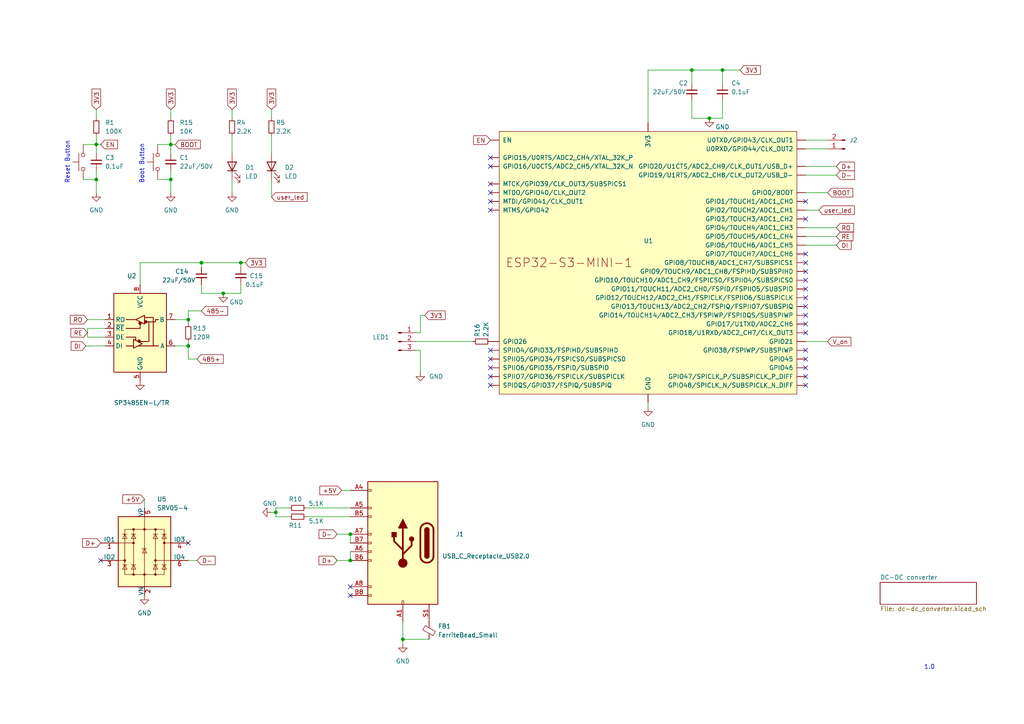
<source format=kicad_sch>
(kicad_sch (version 20231120) (generator "eeschema") (generator_version "8.0")
  (paper "A4")
  (title_block (title "Integration of Robotiq gripper on TIAGo robot.") (company "Institue for Artificial Intelligence ") (comment 1 "Author : Md Zakaria Islam"))
  (lib_symbols
    (symbol "Connector:Conn_01x02_Pin" (pin_names (offset 1.016) hide)
      (property "Reference" "J" (at 0 2.54 0))
      (property "Value" "Conn_01x02_Pin" (at 0 -5.08 0))
      (symbol "Conn_01x02_Pin_1_1"
        (polyline (pts (xy 1.27 -2.54) (xy 0.8636 -2.54)) (stroke (width 0.1524)))
        (polyline (pts (xy 1.27 0) (xy 0.8636 0)) (stroke (width 0.1524)))
        (rectangle (start 0.8636 -2.413) (end 0 -2.667) (stroke (width 0.1524)) (fill (type outline)))
        (rectangle (start 0.8636 0.127) (end 0 -0.127) (stroke (width 0.1524)) (fill (type outline)))
        (pin passive line (at 5.08 0 180) (length 3.81) (name "Pin_1") (number "1"))
        (pin passive line (at 5.08 -2.54 180) (length 3.81) (name "Pin_2") (number "2"))
      )
    )
    (symbol "Connector:Conn_01x03_Pin" (pin_names (offset 1.016) hide)
      (property "Reference" "J" (at 0 5.08 0))
      (property "Value" "Conn_01x03_Pin" (at 0 -5.08 0))
      (symbol "Conn_01x03_Pin_1_1"
        (polyline (pts (xy 1.27 -2.54) (xy 0.8636 -2.54)) (stroke (width 0.1524)))
        (polyline (pts (xy 1.27 0) (xy 0.8636 0)) (stroke (width 0.1524)))
        (polyline (pts (xy 1.27 2.54) (xy 0.8636 2.54)) (stroke (width 0.1524)))
        (rectangle (start 0.8636 -2.413) (end 0 -2.667) (stroke (width 0.1524)) (fill (type outline)))
        (rectangle (start 0.8636 0.127) (end 0 -0.127) (stroke (width 0.1524)) (fill (type outline)))
        (rectangle (start 0.8636 2.667) (end 0 2.413) (stroke (width 0.1524)) (fill (type outline)))
        (pin passive line (at 5.08 2.54 180) (length 3.81) (name "Pin_1") (number "1"))
        (pin passive line (at 5.08 0 180) (length 3.81) (name "Pin_2") (number "2"))
        (pin passive line (at 5.08 -2.54 180) (length 3.81) (name "Pin_3") (number "3"))
      )
    )
    (symbol "Connector:USB_C_Receptacle_USB2.0" (pin_names (offset 1.016) hide)
      (property "Reference" "J" (at -10.16 19.05 0))
      (property "Value" "USB_C_Receptacle_USB2.0" (at 19.05 19.05 0))
      (symbol "USB_C_Receptacle_USB2.0_0_0"
        (rectangle (start -0.254 -17.78) (end 0.254 -16.764))
        (rectangle (start 10.16 -14.986) (end 9.144 -15.494))
        (rectangle (start 10.16 -12.446) (end 9.144 -12.954))
        (rectangle (start 10.16 -4.826) (end 9.144 -5.334))
        (rectangle (start 10.16 -2.286) (end 9.144 -2.794))
        (rectangle (start 10.16 0.254) (end 9.144 -0.254))
        (rectangle (start 10.16 2.794) (end 9.144 2.286))
        (rectangle (start 10.16 7.874) (end 9.144 7.366))
        (rectangle (start 10.16 10.414) (end 9.144 9.906))
        (rectangle (start 10.16 15.494) (end 9.144 14.986))
      )
      (symbol "USB_C_Receptacle_USB2.0_0_1"
        (rectangle (start -10.16 17.78) (end 10.16 -17.78) (stroke (width 0.254)) (fill (type background)))
        (arc (start -8.89 -3.81) (mid -6.985 -5.7067) (end -5.08 -3.81) (stroke (width 0.508)))
        (arc (start -7.62 -3.81) (mid -6.985 -4.4423) (end -6.35 -3.81) (stroke (width 0.254)))
        (arc (start -7.62 -3.81) (mid -6.985 -4.4423) (end -6.35 -3.81) (stroke (width 0.254)) (fill (type outline)))
        (rectangle (start -7.62 -3.81) (end -6.35 3.81) (stroke (width 0.254)) (fill (type outline)))
        (arc (start -6.35 3.81) (mid -6.985 4.4423) (end -7.62 3.81) (stroke (width 0.254)))
        (arc (start -6.35 3.81) (mid -6.985 4.4423) (end -7.62 3.81) (stroke (width 0.254)) (fill (type outline)))
        (arc (start -5.08 3.81) (mid -6.985 5.7067) (end -8.89 3.81) (stroke (width 0.508)))
        (circle (center -2.54 1.143) (radius 0.635) (stroke (width 0.254)) (fill (type outline)))
        (circle (center 0 -5.842) (radius 1.27) (fill (type outline)))
        (polyline (pts (xy -8.89 -3.81) (xy -8.89 3.81)) (stroke (width 0.508)))
        (polyline (pts (xy -5.08 3.81) (xy -5.08 -3.81)) (stroke (width 0.508)))
        (polyline (pts (xy 0 -5.842) (xy 0 4.318)) (stroke (width 0.508)))
        (polyline (pts (xy 0 -3.302) (xy -2.54 -0.762) (xy -2.54 0.508)) (stroke (width 0.508)))
        (polyline (pts (xy 0 -2.032) (xy 2.54 0.508) (xy 2.54 1.778)) (stroke (width 0.508)))
        (polyline (pts (xy -1.27 4.318) (xy 0 6.858) (xy 1.27 4.318) (xy -1.27 4.318)) (stroke (width 0.254)) (fill (type outline)))
        (rectangle (start 1.905 1.778) (end 3.175 3.048) (stroke (width 0.254)) (fill (type outline)))
      )
      (symbol "USB_C_Receptacle_USB2.0_1_1"
        (pin passive line (at 0 -22.86 90) (length 5.08) (name "GND") (number "A1"))
        (pin passive line (at 0 -22.86 90) (length 5.08) hide (name "GND") (number "A12"))
        (pin passive line (at 15.24 15.24 180) (length 5.08) (name "VBUS") (number "A4"))
        (pin bidirectional line (at 15.24 10.16 180) (length 5.08) (name "CC1") (number "A5"))
        (pin bidirectional line (at 15.24 -2.54 180) (length 5.08) (name "D+") (number "A6"))
        (pin bidirectional line (at 15.24 2.54 180) (length 5.08) (name "D-") (number "A7"))
        (pin bidirectional line (at 15.24 -12.7 180) (length 5.08) (name "SBU1") (number "A8"))
        (pin passive line (at 15.24 15.24 180) (length 5.08) hide (name "VBUS") (number "A9"))
        (pin passive line (at 0 -22.86 90) (length 5.08) hide (name "GND") (number "B1"))
        (pin passive line (at 0 -22.86 90) (length 5.08) hide (name "GND") (number "B12"))
        (pin passive line (at 15.24 15.24 180) (length 5.08) hide (name "VBUS") (number "B4"))
        (pin bidirectional line (at 15.24 7.62 180) (length 5.08) (name "CC2") (number "B5"))
        (pin bidirectional line (at 15.24 -5.08 180) (length 5.08) (name "D+") (number "B6"))
        (pin bidirectional line (at 15.24 0 180) (length 5.08) (name "D-") (number "B7"))
        (pin bidirectional line (at 15.24 -15.24 180) (length 5.08) (name "SBU2") (number "B8"))
        (pin passive line (at 15.24 15.24 180) (length 5.08) hide (name "VBUS") (number "B9"))
        (pin passive line (at -7.62 -22.86 90) (length 5.08) (name "SHIELD") (number "S1"))
      )
    )
    (symbol "Device:C_Small" (pin_numbers hide) (pin_names (offset 0.254) hide)
      (property "Reference" "C" (at 0.254 1.778 0))
      (property "Value" "C_Small" (at 0.254 -2.032 0))
      (symbol "C_Small_0_1"
        (polyline (pts (xy -1.524 -0.508) (xy 1.524 -0.508)) (stroke (width 0.3302)))
        (polyline (pts (xy -1.524 0.508) (xy 1.524 0.508)) (stroke (width 0.3048)))
      )
      (symbol "C_Small_1_1"
        (pin passive line (at 0 2.54 270) (length 2.032) (name "~") (number "1"))
        (pin passive line (at 0 -2.54 90) (length 2.032) (name "~") (number "2"))
      )
    )
    (symbol "Device:FerriteBead_Small" (pin_numbers hide) (pin_names (offset 0))
      (property "Reference" "FB" (at 1.905 1.27 0))
      (property "Value" "FerriteBead_Small" (at 1.905 -1.27 0))
      (symbol "FerriteBead_Small_0_1"
        (polyline (pts (xy 0 -1.27) (xy 0 -0.7874)))
        (polyline (pts (xy 0 0.889) (xy 0 1.2954)))
        (polyline (pts (xy -1.8288 0.2794) (xy -1.1176 1.4986) (xy 1.8288 -0.2032) (xy 1.1176 -1.4224) (xy -1.8288 0.2794)))
      )
      (symbol "FerriteBead_Small_1_1"
        (pin passive line (at 0 2.54 270) (length 1.27) (name "~") (number "1"))
        (pin passive line (at 0 -2.54 90) (length 1.27) (name "~") (number "2"))
      )
    )
    (symbol "Device:LED" (pin_numbers hide) (pin_names (offset 1.016) hide)
      (property "Reference" "D" (at 0 2.54 0))
      (property "Value" "LED" (at 0 -2.54 0))
      (symbol "LED_0_1"
        (polyline (pts (xy -1.27 -1.27) (xy -1.27 1.27)) (stroke (width 0.254)))
        (polyline (pts (xy -1.27 0) (xy 1.27 0)))
        (polyline (pts (xy 1.27 -1.27) (xy 1.27 1.27) (xy -1.27 0) (xy 1.27 -1.27)) (stroke (width 0.254)))
        (polyline (pts (xy -3.048 -0.762) (xy -4.572 -2.286) (xy -3.81 -2.286) (xy -4.572 -2.286) (xy -4.572 -1.524)))
        (polyline (pts (xy -1.778 -0.762) (xy -3.302 -2.286) (xy -2.54 -2.286) (xy -3.302 -2.286) (xy -3.302 -1.524)))
      )
      (symbol "LED_1_1"
        (pin passive line (at -3.81 0 0) (length 2.54) (name "K") (number "1"))
        (pin passive line (at 3.81 0 180) (length 2.54) (name "A") (number "2"))
      )
    )
    (symbol "Device:R_Small" (pin_numbers hide) (pin_names (offset 0.254) hide)
      (property "Reference" "R" (at 0.762 0.508 0))
      (property "Value" "R_Small" (at 0.762 -1.016 0))
      (symbol "R_Small_0_1"
        (rectangle (start -0.762 1.778) (end 0.762 -1.778) (stroke (width 0.2032)))
      )
      (symbol "R_Small_1_1"
        (pin passive line (at 0 2.54 270) (length 0.762) (name "~") (number "1"))
        (pin passive line (at 0 -2.54 90) (length 0.762) (name "~") (number "2"))
      )
    )
    (symbol "Espressif:ESP32-S3-MINI-1" (pin_numbers hide) (pin_names (offset 1.016))
      (property "Reference" "U" (at -43.18 43.18 0))
      (property "Value" "ESP32-S3-MINI-1" (at -43.18 40.64 0))
      (symbol "ESP32-S3-MINI-1_0_0"
        (text "ESP32-S3-MINI-1" (at -22.86 0 0) (effects (font (size 2.54 2.54))))
        (pin power_in line (at 0 -40.64 90) (length 2.54) (name "GND") (number "1"))
        (pin bidirectional line (at 45.72 5.08 180) (length 2.54) (name "GPIO6/TOUCH6/ADC1_CH5") (number "10"))
        (pin bidirectional line (at 45.72 2.54 180) (length 2.54) (name "GPIO7/TOUCH7/ADC1_CH6") (number "11"))
        (pin bidirectional line (at 45.72 0 180) (length 2.54) (name "GPIO8/TOUCH8/ADC1_CH7/SUBSPICS1") (number "12"))
        (pin bidirectional line (at 45.72 -2.54 180) (length 2.54) (name "GPIO9/TOUCH9/ADC1_CH8/FSPIHD/SUBSPIHD") (number "13"))
        (pin bidirectional line (at 45.72 -5.08 180) (length 2.54) (name "GPIO10/TOUCH10/ADC1_CH9/FSPICS0/FSPIIO4/SUBSPICS0") (number "14"))
        (pin bidirectional line (at 45.72 -7.62 180) (length 2.54) (name "GPIO11/TOUCH11/ADC2_CH0/FSPID/FSPIIO5/SUBSPID") (number "15"))
        (pin bidirectional line (at 45.72 -10.16 180) (length 2.54) (name "GPIO12/TOUCH12/ADC2_CH1/FSPICLK/FSPIIO6/SUBSPICLK") (number "16"))
        (pin bidirectional line (at 45.72 -12.7 180) (length 2.54) (name "GPIO13/TOUCH13/ADC2_CH2/FSPIQ/FSPIIO7/SUBSPIQ") (number "17"))
        (pin bidirectional line (at 45.72 -15.24 180) (length 2.54) (name "GPIO14/TOUCH14/ADC2_CH3/FSPIWP/FSPIDQS/SUBSPIWP") (number "18"))
        (pin bidirectional line (at -45.72 30.48 0) (length 2.54) (name "GPIO15/U0RTS/ADC2_CH4/XTAL_32K_P") (number "19"))
        (pin passive line (at 0 -40.64 90) (length 2.54) hide (name "GND") (number "2"))
        (pin bidirectional line (at -45.72 27.94 0) (length 2.54) (name "GPIO16/U0CTS/ADC2_CH5/XTAL_32K_N") (number "20"))
        (pin bidirectional line (at 45.72 -17.78 180) (length 2.54) (name "GPIO17/U1TXD/ADC2_CH6") (number "21"))
        (pin bidirectional line (at 45.72 -20.32 180) (length 2.54) (name "GPIO18/U1RXD/ADC2_CH7/CLK_OUT3") (number "22"))
        (pin bidirectional line (at 45.72 25.4 180) (length 2.54) (name "GPIO19/U1RTS/ADC2_CH8/CLK_OUT2/USB_D-") (number "23"))
        (pin bidirectional line (at 45.72 27.94 180) (length 2.54) (name "GPIO20/U1CTS/ADC2_CH9/CLK_OUT1/USB_D+") (number "24"))
        (pin bidirectional line (at 45.72 -22.86 180) (length 2.54) (name "GPIO21") (number "25"))
        (pin bidirectional line (at -45.72 -22.86 0) (length 2.54) (name "GPIO26") (number "26"))
        (pin bidirectional line (at 45.72 -33.02 180) (length 2.54) (name "GPIO47/SPICLK_P/SUBSPICLK_P_DIFF") (number "27"))
        (pin bidirectional line (at -45.72 -25.4 0) (length 2.54) (name "SPIIO4/GPIO33/FSPIHD/SUBSPIHD") (number "28"))
        (pin bidirectional line (at -45.72 -27.94 0) (length 2.54) (name "SPIIO5/GPIO34/FSPICS0/SUBSPICS0") (number "29"))
        (pin power_in line (at 0 40.64 270) (length 2.54) (name "3V3") (number "3"))
        (pin bidirectional line (at 45.72 -35.56 180) (length 2.54) (name "GPIO48/SPICLK_N/SUBSPICLK_N_DIFF") (number "30"))
        (pin bidirectional line (at -45.72 -30.48 0) (length 2.54) (name "SPIIO6/GPIO35/FSPID/SUBSPID") (number "31"))
        (pin bidirectional line (at -45.72 -33.02 0) (length 2.54) (name "SPIIO7/GPIO36/FSPICLK/SUBSPICLK") (number "32"))
        (pin bidirectional line (at -45.72 -35.56 0) (length 2.54) (name "SPIDQS/GPIO37/FSPIQ/SUBSPIQ") (number "33"))
        (pin bidirectional line (at 45.72 -25.4 180) (length 2.54) (name "GPIO38/FSPIWP/SUBSPIWP") (number "34"))
        (pin bidirectional line (at -45.72 22.86 0) (length 2.54) (name "MTCK/GPIO39/CLK_OUT3/SUBSPICS1") (number "35"))
        (pin bidirectional line (at -45.72 20.32 0) (length 2.54) (name "MTDO/GPIO40/CLK_OUT2") (number "36"))
        (pin bidirectional line (at -45.72 17.78 0) (length 2.54) (name "MTDI/GPIO41/CLK_OUT1") (number "37"))
        (pin bidirectional line (at -45.72 15.24 0) (length 2.54) (name "MTMS/GPIO42") (number "38"))
        (pin bidirectional line (at 45.72 35.56 180) (length 2.54) (name "U0TXD/GPIO43/CLK_OUT1") (number "39"))
        (pin bidirectional line (at 45.72 20.32 180) (length 2.54) (name "GPIO0/BOOT") (number "4"))
        (pin bidirectional line (at 45.72 33.02 180) (length 2.54) (name "U0RXD/GPIO44/CLK_OUT2") (number "40"))
        (pin bidirectional line (at 45.72 -27.94 180) (length 2.54) (name "GPIO45") (number "41"))
        (pin passive line (at 0 -40.64 90) (length 2.54) hide (name "GND") (number "42"))
        (pin passive line (at 0 -40.64 90) (length 2.54) hide (name "GND") (number "43"))
        (pin bidirectional line (at 45.72 -30.48 180) (length 2.54) (name "GPIO46") (number "44"))
        (pin input line (at -45.72 35.56 0) (length 2.54) (name "EN") (number "45"))
        (pin passive line (at 0 -40.64 90) (length 2.54) hide (name "GND") (number "46"))
        (pin passive line (at 0 -40.64 90) (length 2.54) hide (name "GND") (number "47"))
        (pin passive line (at 0 -40.64 90) (length 2.54) hide (name "GND") (number "48"))
        (pin passive line (at 0 -40.64 90) (length 2.54) hide (name "GND") (number "49"))
        (pin bidirectional line (at 45.72 17.78 180) (length 2.54) (name "GPIO1/TOUCH1/ADC1_CH0") (number "5"))
        (pin passive line (at 0 -40.64 90) (length 2.54) hide (name "GND") (number "50"))
        (pin passive line (at 0 -40.64 90) (length 2.54) hide (name "GND") (number "51"))
        (pin passive line (at 0 -40.64 90) (length 2.54) hide (name "GND") (number "52"))
        (pin passive line (at 0 -40.64 90) (length 2.54) hide (name "GND") (number "53"))
        (pin passive line (at 0 -40.64 90) (length 2.54) hide (name "GND") (number "54"))
        (pin passive line (at 0 -40.64 90) (length 2.54) hide (name "GND") (number "55"))
        (pin passive line (at 0 -40.64 90) (length 2.54) hide (name "GND") (number "56"))
        (pin passive line (at 0 -40.64 90) (length 2.54) hide (name "GND") (number "57"))
        (pin passive line (at 0 -40.64 90) (length 2.54) hide (name "GND") (number "58"))
        (pin passive line (at 0 -40.64 90) (length 2.54) hide (name "GND") (number "59"))
        (pin bidirectional line (at 45.72 15.24 180) (length 2.54) (name "GPIO2/TOUCH2/ADC1_CH1") (number "6"))
        (pin passive line (at 0 -40.64 90) (length 2.54) hide (name "GND") (number "60"))
        (pin passive line (at 0 -40.64 90) (length 2.54) hide (name "GND") (number "61"))
        (pin passive line (at 0 -40.64 90) (length 2.54) hide (name "GND") (number "62"))
        (pin passive line (at 0 -40.64 90) (length 2.54) hide (name "GND") (number "63"))
        (pin passive line (at 0 -40.64 90) (length 2.54) hide (name "GND") (number "64"))
        (pin passive line (at 0 -40.64 90) (length 2.54) hide (name "GND") (number "65"))
        (pin bidirectional line (at 45.72 12.7 180) (length 2.54) (name "GPIO3/TOUCH3/ADC1_CH2") (number "7"))
        (pin bidirectional line (at 45.72 10.16 180) (length 2.54) (name "GPIO4/TOUCH4/ADC1_CH3") (number "8"))
        (pin bidirectional line (at 45.72 7.62 180) (length 2.54) (name "GPIO5/TOUCH5/ADC1_CH4") (number "9"))
      )
      (symbol "ESP32-S3-MINI-1_0_1"
        (rectangle (start -43.18 38.1) (end 43.18 -38.1) (fill (type background)))
      )
    )
    (symbol "GND_2" (power) (pin_numbers hide) (pin_names (offset 0) hide)
      (property "Value" "GND_2" (at 0 -3.81 0))
      (symbol "GND_2_0_1"
        (polyline (pts (xy 0 0) (xy 0 -1.27) (xy 1.27 -1.27) (xy 0 -2.54) (xy -1.27 -1.27) (xy 0 -1.27)))
      )
      (symbol "GND_2_1_1"
        (pin power_in line (at 0 0 270) (length 0) hide (name "GND") (number "1"))
      )
    )
    (symbol "GND_3" (power) (pin_numbers hide) (pin_names (offset 0) hide)
      (property "Value" "GND_3" (at 0 -3.81 0))
      (symbol "GND_3_0_1"
        (polyline (pts (xy 0 0) (xy 0 -1.27) (xy 1.27 -1.27) (xy 0 -2.54) (xy -1.27 -1.27) (xy 0 -1.27)))
      )
      (symbol "GND_3_1_1"
        (pin power_in line (at 0 0 270) (length 0) hide (name "GND") (number "1"))
      )
    )
    (symbol "GND_4" (power) (pin_numbers hide) (pin_names (offset 0) hide)
      (property "Value" "GND_4" (at 0 -3.81 0))
      (symbol "GND_4_0_1"
        (polyline (pts (xy 0 0) (xy 0 -1.27) (xy 1.27 -1.27) (xy 0 -2.54) (xy -1.27 -1.27) (xy 0 -1.27)))
      )
      (symbol "GND_4_1_1"
        (pin power_in line (at 0 0 270) (length 0) hide (name "GND") (number "1"))
      )
    )
    (symbol "Interface_UART:MAX485E"
      (property "Reference" "U" (at -6.096 11.43 0))
      (property "Value" "MAX485E" (at 0.762 11.43 0))
      (symbol "MAX485E_0_1"
        (rectangle (start -7.62 10.16) (end 7.62 -12.7) (stroke (width 0.254)) (fill (type background)))
        (circle (center -0.3048 -3.683) (radius 0.3556) (stroke (width 0.254)) (fill (type outline)))
        (circle (center -0.0254 1.4986) (radius 0.3556) (stroke (width 0.254)) (fill (type outline)))
        (polyline (pts (xy -4.064 -5.08) (xy -1.905 -5.08)) (stroke (width 0.254)))
        (polyline (pts (xy -4.064 2.54) (xy -1.27 2.54)) (stroke (width 0.254)))
        (polyline (pts (xy -1.27 -3.2004) (xy -1.27 -3.4544)) (stroke (width 0.254)))
        (polyline (pts (xy -0.635 -5.08) (xy 5.334 -5.08)) (stroke (width 0.254)))
        (polyline (pts (xy -4.064 -2.54) (xy -1.27 -2.54) (xy -1.27 -3.175)) (stroke (width 0.254)))
        (polyline (pts (xy 0 1.27) (xy 0 0) (xy -4.064 0)) (stroke (width 0.254)))
        (polyline (pts (xy 1.27 3.175) (xy 3.81 3.175) (xy 3.81 -5.08)) (stroke (width 0.254)))
        (polyline (pts (xy 2.54 1.905) (xy 2.54 -3.81) (xy 0 -3.81)) (stroke (width 0.254)))
        (polyline (pts (xy -1.905 -3.175) (xy -1.905 -5.715) (xy 0.635 -4.445) (xy -1.905 -3.175)) (stroke (width 0.254)))
        (polyline (pts (xy -1.27 2.54) (xy 1.27 3.81) (xy 1.27 1.27) (xy -1.27 2.54)) (stroke (width 0.254)))
        (polyline (pts (xy 1.905 1.905) (xy 4.445 1.905) (xy 4.445 2.54) (xy 5.334 2.54)) (stroke (width 0.254)))
        (rectangle (start 1.27 3.175) (end 1.27 3.175))
        (circle (center 1.651 1.905) (radius 0.3556) (stroke (width 0.254)) (fill (type outline)))
      )
      (symbol "MAX485E_1_1"
        (pin output line (at -10.16 2.54 0) (length 2.54) (name "RO") (number "1"))
        (pin input line (at -10.16 0 0) (length 2.54) (name "~{RE}") (number "2"))
        (pin input line (at -10.16 -2.54 0) (length 2.54) (name "DE") (number "3"))
        (pin input line (at -10.16 -5.08 0) (length 2.54) (name "DI") (number "4"))
        (pin power_in line (at 0 -15.24 90) (length 2.54) (name "GND") (number "5"))
        (pin bidirectional line (at 10.16 -5.08 180) (length 2.54) (name "A") (number "6"))
        (pin bidirectional line (at 10.16 2.54 180) (length 2.54) (name "B") (number "7"))
        (pin power_in line (at 0 12.7 270) (length 2.54) (name "VCC") (number "8"))
      )
    )
    (symbol "Power_Protection:SRV05-4" (pin_names (offset 0))
      (property "Reference" "U" (at -5.08 11.43 0))
      (property "Value" "SRV05-4" (at 2.54 11.43 0))
      (symbol "SRV05-4_0_0"
        (rectangle (start -5.715 6.477) (end 5.715 -6.604))
        (polyline (pts (xy -3.175 -6.604) (xy -3.175 6.477)))
        (polyline (pts (xy 3.175 6.477) (xy 3.175 -6.604)))
      )
      (symbol "SRV05-4_0_1"
        (rectangle (start -7.62 10.16) (end 7.62 -10.16) (stroke (width 0.254)) (fill (type background)))
        (circle (center -5.715 -2.54) (radius 0.2794) (fill (type outline)))
        (circle (center -3.175 -6.604) (radius 0.2794) (fill (type outline)))
        (circle (center -3.175 2.54) (radius 0.2794) (fill (type outline)))
        (circle (center -3.175 6.477) (radius 0.2794) (fill (type outline)))
        (circle (center 0 -6.604) (radius 0.2794) (fill (type outline)))
        (polyline (pts (xy -7.747 2.54) (xy -3.175 2.54)))
        (polyline (pts (xy -7.62 -2.54) (xy -5.715 -2.54)))
        (polyline (pts (xy -5.08 -3.81) (xy -6.35 -3.81)))
        (polyline (pts (xy -5.08 5.08) (xy -6.35 5.08)))
        (polyline (pts (xy -2.54 -3.81) (xy -3.81 -3.81)))
        (polyline (pts (xy -2.54 5.08) (xy -3.81 5.08)))
        (polyline (pts (xy 0 10.16) (xy 0 -10.16)))
        (polyline (pts (xy 3.81 -3.81) (xy 2.54 -3.81)))
        (polyline (pts (xy 3.81 5.08) (xy 2.54 5.08)))
        (polyline (pts (xy 6.35 -3.81) (xy 5.08 -3.81)))
        (polyline (pts (xy 6.35 5.08) (xy 5.08 5.08)))
        (polyline (pts (xy 7.62 -2.54) (xy 3.175 -2.54)))
        (polyline (pts (xy 7.62 2.54) (xy 5.715 2.54)))
        (polyline (pts (xy 0.635 0.889) (xy -0.635 0.889) (xy -0.635 0.635)))
        (polyline (pts (xy -5.08 -5.08) (xy -6.35 -5.08) (xy -5.715 -3.81) (xy -5.08 -5.08)))
        (polyline (pts (xy -5.08 3.81) (xy -6.35 3.81) (xy -5.715 5.08) (xy -5.08 3.81)))
        (polyline (pts (xy -2.54 -5.08) (xy -3.81 -5.08) (xy -3.175 -3.81) (xy -2.54 -5.08)))
        (polyline (pts (xy -2.54 3.81) (xy -3.81 3.81) (xy -3.175 5.08) (xy -2.54 3.81)))
        (polyline (pts (xy 0.635 -0.381) (xy -0.635 -0.381) (xy 0 0.889) (xy 0.635 -0.381)))
        (polyline (pts (xy 3.81 -5.08) (xy 2.54 -5.08) (xy 3.175 -3.81) (xy 3.81 -5.08)))
        (polyline (pts (xy 3.81 3.81) (xy 2.54 3.81) (xy 3.175 5.08) (xy 3.81 3.81)))
        (polyline (pts (xy 6.35 -5.08) (xy 5.08 -5.08) (xy 5.715 -3.81) (xy 6.35 -5.08)))
        (polyline (pts (xy 6.35 3.81) (xy 5.08 3.81) (xy 5.715 5.08) (xy 6.35 3.81)))
        (circle (center 0 6.477) (radius 0.2794) (fill (type outline)))
        (circle (center 3.175 -6.604) (radius 0.2794) (fill (type outline)))
        (circle (center 3.175 -2.54) (radius 0.2794) (fill (type outline)))
        (circle (center 3.175 6.477) (radius 0.2794) (fill (type outline)))
        (circle (center 5.715 2.54) (radius 0.2794) (fill (type outline)))
      )
      (symbol "SRV05-4_1_1"
        (pin passive line (at -12.7 2.54 0) (length 5.08) (name "IO1") (number "1"))
        (pin passive line (at 0 -12.7 90) (length 2.54) (name "VN") (number "2"))
        (pin passive line (at -12.7 -2.54 0) (length 5.08) (name "IO2") (number "3"))
        (pin passive line (at 12.7 2.54 180) (length 5.08) (name "IO3") (number "4"))
        (pin passive line (at 0 12.7 270) (length 2.54) (name "VP") (number "5"))
        (pin passive line (at 12.7 -2.54 180) (length 5.08) (name "IO4") (number "6"))
      )
    )
    (symbol "Switch:SW_Push" (pin_numbers hide) (pin_names (offset 1.016) hide)
      (property "Reference" "SW" (at 1.27 2.54 0))
      (property "Value" "SW_Push" (at 0 -1.524 0))
      (symbol "SW_Push_0_1"
        (circle (center -2.032 0) (radius 0.508))
        (polyline (pts (xy 0 1.27) (xy 0 3.048)))
        (polyline (pts (xy 2.54 1.27) (xy -2.54 1.27)))
        (circle (center 2.032 0) (radius 0.508))
        (pin passive line (at -5.08 0 0) (length 2.54) (name "1") (number "1"))
        (pin passive line (at 5.08 0 180) (length 2.54) (name "2") (number "2"))
      )
    )
  )
  (junction (at 116.84 185.42))
  (junction (at 69.85 76.2))
  (junction (at 27.94 52.07))
  (junction (at 58.42 76.2))
  (junction (at 80.01 148.59))
  (junction (at 54.61 100.33))
  (junction (at 49.53 52.07))
  (junction (at 200.66 20.32))
  (junction (at 54.61 92.71))
  (junction (at 64.77 85.09))
  (junction (at 209.55 20.32))
  (junction (at 49.53 41.91))
  (junction (at 205.74 34.29))
  (junction (at 101.6 154.94))
  (junction (at 101.6 162.56))
  (junction (at 27.94 41.91))
  (no_connect (at 233.68 81.28))
  (no_connect (at 101.6 172.72))
  (no_connect (at 233.68 111.76))
  (no_connect (at 233.68 91.44))
  (no_connect (at 233.68 58.42))
  (no_connect (at 101.6 170.18))
  (no_connect (at 142.24 58.42))
  (no_connect (at 342.9 166.37))
  (no_connect (at 142.24 104.14))
  (no_connect (at 233.68 73.66))
  (no_connect (at 233.68 88.9))
  (no_connect (at 142.24 60.96))
  (no_connect (at 233.68 86.36))
  (no_connect (at 233.68 76.2))
  (no_connect (at 233.68 83.82))
  (no_connect (at 142.24 101.6))
  (no_connect (at 29.21 162.56))
  (no_connect (at 142.24 53.34))
  (no_connect (at 142.24 45.72))
  (no_connect (at 233.68 96.52))
  (no_connect (at 233.68 109.22))
  (no_connect (at 233.68 104.14))
  (no_connect (at 142.24 109.22))
  (no_connect (at 142.24 48.26))
  (no_connect (at 142.24 111.76))
  (no_connect (at 233.68 101.6))
  (no_connect (at 233.68 93.98))
  (no_connect (at 233.68 106.68))
  (no_connect (at 142.24 106.68))
  (no_connect (at 233.68 78.74))
  (no_connect (at 233.68 63.5))
  (no_connect (at 142.24 55.88))
  (no_connect (at 54.61 157.48))
  (wire (pts (xy 49.53 41.91) (xy 45.72 41.91)))
  (wire (pts (xy 54.61 104.14) (xy 54.61 100.33)))
  (wire (pts (xy 54.61 90.17) (xy 58.42 90.17)))
  (wire (pts (xy 187.96 20.32) (xy 200.66 20.32)))
  (wire (pts (xy 78.74 31.75) (xy 78.74 34.29)))
  (wire (pts (xy 40.64 76.2) (xy 58.42 76.2)))
  (wire (pts (xy 209.55 20.32) (xy 209.55 24.13)))
  (wire (pts (xy 200.66 34.29) (xy 205.74 34.29)))
  (wire (pts (xy 54.61 92.71) (xy 54.61 93.98)))
  (wire (pts (xy 237.49 60.96) (xy 233.68 60.96)))
  (wire (pts (xy 233.68 68.58) (xy 242.57 68.58)))
  (wire (pts (xy 27.94 44.45) (xy 27.94 41.91)))
  (wire (pts (xy 88.9 147.32) (xy 101.6 147.32)))
  (wire (pts (xy 233.68 40.64) (xy 240.03 40.64)))
  (wire (pts (xy 27.94 55.88) (xy 27.94 52.07)))
  (wire (pts (xy 233.68 43.18) (xy 240.03 43.18)))
  (wire (pts (xy 49.53 41.91) (xy 50.8 41.91)))
  (wire (pts (xy 101.6 154.94) (xy 101.6 157.48)))
  (wire (pts (xy 27.94 41.91) (xy 24.13 41.91)))
  (wire (pts (xy 233.68 99.06) (xy 240.03 99.06)))
  (wire (pts (xy 25.4 92.71) (xy 30.48 92.71)))
  (wire (pts (xy 54.61 104.14) (xy 57.15 104.14)))
  (wire (pts (xy 27.94 49.53) (xy 27.94 52.07)))
  (wire (pts (xy 26.2395 100.3641) (xy 26.2395 100.33)))
  (wire (pts (xy 41.91 144.78) (xy 41.91 147.32)))
  (wire (pts (xy 58.42 77.47) (xy 58.42 76.2)))
  (wire (pts (xy 121.92 96.52) (xy 120.65 96.52)))
  (wire (pts (xy 50.8 100.33) (xy 54.61 100.33)))
  (wire (pts (xy 67.31 39.37) (xy 67.31 44.45)))
  (wire (pts (xy 49.53 31.75) (xy 49.53 34.29)))
  (wire (pts (xy 242.57 48.26) (xy 233.68 48.26)))
  (wire (pts (xy 97.79 154.94) (xy 101.6 154.94)))
  (wire (pts (xy 69.85 85.09) (xy 69.85 82.55)))
  (wire (pts (xy 27.94 41.91) (xy 29.21 41.91)))
  (wire (pts (xy 187.96 20.32) (xy 187.96 35.56)))
  (wire (pts (xy 88.9 149.86) (xy 101.6 149.86)))
  (wire (pts (xy 49.53 55.88) (xy 49.53 52.07)))
  (wire (pts (xy 58.42 85.09) (xy 58.42 82.55)))
  (wire (pts (xy 25.4 97.79) (xy 25.4 95.25)))
  (wire (pts (xy 78.74 148.59) (xy 80.01 148.59)))
  (wire (pts (xy 78.74 52.07) (xy 78.74 57.15)))
  (wire (pts (xy 25.4 97.79) (xy 30.48 97.79)))
  (wire (pts (xy 49.53 39.37) (xy 49.53 41.91)))
  (wire (pts (xy 205.74 34.29) (xy 209.55 34.29)))
  (wire (pts (xy 54.61 90.17) (xy 54.61 92.71)))
  (wire (pts (xy 200.66 20.32) (xy 209.55 20.32)))
  (wire (pts (xy 27.94 52.07) (xy 24.13 52.07)))
  (wire (pts (xy 240.03 55.88) (xy 233.68 55.88)))
  (wire (pts (xy 121.92 101.6) (xy 121.92 107.95)))
  (wire (pts (xy 116.84 180.34) (xy 116.84 185.42)))
  (wire (pts (xy 101.6 160.02) (xy 101.6 162.56)))
  (wire (pts (xy 116.84 185.42) (xy 116.84 186.69)))
  (wire (pts (xy 83.82 149.86) (xy 80.01 149.86)))
  (wire (pts (xy 40.64 76.2) (xy 40.64 82.55)))
  (wire (pts (xy 99.06 142.24) (xy 101.6 142.24)))
  (wire (pts (xy 97.79 162.56) (xy 101.6 162.56)))
  (wire (pts (xy 67.31 52.07) (xy 67.31 55.88)))
  (wire (pts (xy 78.74 39.37) (xy 78.74 44.45)))
  (wire (pts (xy 242.57 71.12) (xy 233.68 71.12)))
  (wire (pts (xy 50.8 92.71) (xy 54.61 92.71)))
  (wire (pts (xy 49.53 52.07) (xy 45.72 52.07)))
  (wire (pts (xy 25.4 95.25) (xy 30.48 95.25)))
  (wire (pts (xy 58.42 85.09) (xy 64.77 85.09)))
  (wire (pts (xy 80.01 147.32) (xy 80.01 148.59)))
  (wire (pts (xy 200.66 20.32) (xy 200.66 24.13)))
  (wire (pts (xy 49.53 49.53) (xy 49.53 52.07)))
  (wire (pts (xy 187.96 116.84) (xy 187.96 118.11)))
  (wire (pts (xy 200.66 34.29) (xy 200.66 29.21)))
  (wire (pts (xy 24.9279 100.3641) (xy 26.2395 100.3641)))
  (wire (pts (xy 64.77 85.09) (xy 69.85 85.09)))
  (wire (pts (xy 49.53 44.45) (xy 49.53 41.91)))
  (wire (pts (xy 233.68 66.04) (xy 242.57 66.04)))
  (wire (pts (xy 242.57 50.8) (xy 233.68 50.8)))
  (wire (pts (xy 67.31 31.75) (xy 67.31 34.29)))
  (wire (pts (xy 80.01 147.32) (xy 83.82 147.32)))
  (wire (pts (xy 209.55 34.29) (xy 209.55 29.21)))
  (wire (pts (xy 80.01 148.59) (xy 80.01 149.86)))
  (wire (pts (xy 71.12 76.2) (xy 69.85 76.2)))
  (wire (pts (xy 121.92 101.6) (xy 120.65 101.6)))
  (wire (pts (xy 26.2395 100.33) (xy 30.48 100.33)))
  (wire (pts (xy 209.55 20.32) (xy 214.63 20.32)))
  (wire (pts (xy 54.61 99.06) (xy 54.61 100.33)))
  (wire (pts (xy 120.65 99.06) (xy 137.16 99.06)))
  (wire (pts (xy 57.15 162.56) (xy 54.61 162.56)))
  (wire (pts (xy 121.92 91.44) (xy 123.19 91.44)))
  (wire (pts (xy 69.85 76.2) (xy 69.85 77.47)))
  (wire (pts (xy 27.94 39.37) (xy 27.94 41.91)))
  (wire (pts (xy 116.84 185.42) (xy 124.46 185.42)))
  (wire (pts (xy 121.92 91.44) (xy 121.92 96.52)))
  (wire (pts (xy 58.42 76.2) (xy 69.85 76.2)))
  (wire (pts (xy 27.94 31.75) (xy 27.94 34.29)))
  (text "1.0" (at 267.97 194.31 0) (effects (font (size 1.27 1.27)) (justify left bottom)))
  (text "Reset Button" (at 20.32 53.34 90) (effects (font (size 1.27 1.27)) (justify left bottom)))
  (text "Boot Button" (at 41.91 53.34 90) (effects (font (size 1.27 1.27)) (justify left bottom)))
  (global_label "BOOT" (shape input) (at 240.03 55.88 0) (property "Intersheetrefs" "${INTERSHEET_REFS}" (effects (hide yes))))
  (global_label "V_on" (shape input) (at 240.03 99.06 0) (property "Intersheetrefs" "${INTERSHEET_REFS}" (effects (hide yes))))
  (global_label "3V3" (shape input) (at 123.19 91.44 0) (property "Intersheetrefs" "${INTERSHEET_REFS}" (effects (hide yes))))
  (global_label "+5V" (shape input) (at 99.06 142.24 180) (property "Intersheetrefs" "${INTERSHEET_REFS}" (effects (hide yes))))
  (global_label "D-" (shape input) (at 242.57 50.8 0) (property "Intersheetrefs" "${INTERSHEET_REFS}" (effects (hide yes))))
  (global_label "user_led" (shape input) (at 237.49 60.96 0) (property "Intersheetrefs" "${INTERSHEET_REFS}" (effects (hide yes))))
  (global_label "3V3" (shape input) (at 67.31 31.75 90) (property "Intersheetrefs" "${INTERSHEET_REFS}" (effects (hide yes))))
  (global_label "D-" (shape input) (at 97.79 154.94 180) (property "Intersheetrefs" "${INTERSHEET_REFS}" (effects (hide yes))))
  (global_label "DI" (shape input) (at 24.9279 100.3641 180) (property "Intersheetrefs" "${INTERSHEET_REFS}" (effects (hide yes))))
  (global_label "user_led" (shape input) (at 78.74 57.15 0) (property "Intersheetrefs" "${INTERSHEET_REFS}" (effects (hide yes))))
  (global_label "3V3" (shape input) (at 78.74 31.75 90) (property "Intersheetrefs" "${INTERSHEET_REFS}" (effects (hide yes))))
  (global_label "D+" (shape input) (at 97.79 162.56 180) (property "Intersheetrefs" "${INTERSHEET_REFS}" (effects (hide yes))))
  (global_label "BOOT" (shape input) (at 50.8 41.91 0) (property "Intersheetrefs" "${INTERSHEET_REFS}" (effects (hide yes))))
  (global_label "D+" (shape input) (at 29.21 157.48 180) (property "Intersheetrefs" "${INTERSHEET_REFS}" (effects (hide yes))))
  (global_label "EN" (shape input) (at 29.21 41.91 0) (property "Intersheetrefs" "${INTERSHEET_REFS}" (effects (hide yes))))
  (global_label "+5V" (shape input) (at 41.91 144.78 180) (property "Intersheetrefs" "${INTERSHEET_REFS}" (effects (hide yes))))
  (global_label "3V3" (shape input) (at 214.63 20.32 0) (property "Intersheetrefs" "${INTERSHEET_REFS}" (effects (hide yes))))
  (global_label "RO" (shape input) (at 242.57 66.04 0) (property "Intersheetrefs" "${INTERSHEET_REFS}" (effects (hide yes))))
  (global_label "3V3" (shape input) (at 71.12 76.2 0) (property "Intersheetrefs" "${INTERSHEET_REFS}" (effects (hide yes))))
  (global_label "485-" (shape input) (at 58.42 90.17 0) (property "Intersheetrefs" "${INTERSHEET_REFS}" (effects (hide yes))))
  (global_label "D+" (shape input) (at 242.57 48.26 0) (property "Intersheetrefs" "${INTERSHEET_REFS}" (effects (hide yes))))
  (global_label "DI" (shape input) (at 242.57 71.12 0) (property "Intersheetrefs" "${INTERSHEET_REFS}" (effects (hide yes))))
  (global_label "3V3" (shape input) (at 49.53 31.75 90) (property "Intersheetrefs" "${INTERSHEET_REFS}" (effects (hide yes))))
  (global_label "RE" (shape input) (at 242.57 68.58 0) (property "Intersheetrefs" "${INTERSHEET_REFS}" (effects (hide yes))))
  (global_label "485+" (shape input) (at 57.15 104.14 0) (property "Intersheetrefs" "${INTERSHEET_REFS}" (effects (hide yes))))
  (global_label "3V3" (shape input) (at 27.94 31.75 90) (property "Intersheetrefs" "${INTERSHEET_REFS}" (effects (hide yes))))
  (global_label "EN" (shape input) (at 142.24 40.64 180) (property "Intersheetrefs" "${INTERSHEET_REFS}" (effects (hide yes))))
  (global_label "RE" (shape input) (at 25.4 96.52 180) (property "Intersheetrefs" "${INTERSHEET_REFS}" (effects (hide yes))))
  (global_label "D-" (shape input) (at 57.15 162.56 0) (property "Intersheetrefs" "${INTERSHEET_REFS}" (effects (hide yes))))
  (global_label "RO" (shape input) (at 25.4 92.71 180) (property "Intersheetrefs" "${INTERSHEET_REFS}" (effects (hide yes))))
  (symbol (lib_name "GND_4") (lib_id "power:GND") (at 67.31 55.88 0) (unit 1)
    (property "Reference" "#PWR08" (effects (hide yes)))
    (property "Value" "GND" (at 67.31 60.96 0))
  )
  (symbol (lib_id "Espressif:ESP32-S3-MINI-1") (at 187.96 76.2 0) (unit 1)
    (property "Reference" "U1" (at 186.69 69.85 0) (effects (justify left)))
    (property "Value" "ESP32-C3-MINI-1" (effects (hide yes)))
    (property "Footprint" "Espressif:ESP32-S3-MINI-1" (effects (hide yes)))
    (property "Datasheet" "https://www.espressif.com/sites/default/files/documentation/esp32-s3-mini-1_mini-1u_datasheet_en.pdf" (effects (hide yes)))
    (property "LCSC" "C3013941" (effects (hide yes)))
  )
  (symbol (lib_id "Switch:SW_Push") (at 45.72 46.99 90) (unit 1)
    (property "Reference" "Boot1" (effects (hide yes)))
    (property "Value" "SW_Push" (effects (hide yes)))
    (property "Footprint" "Button_Switch_SMD:SW_Push_SPST_NO_Alps_SKRK" (effects (hide yes)))
    (property "LCSC" "C557591" (effects (hide yes)))
  )
  (symbol (lib_id "Interface_UART:MAX485E") (at 40.64 95.25 0) (unit 1)
    (property "Reference" "U2" (at 36.83 80.01 0) (effects (justify left)))
    (property "Value" "SP3485EN-L/TR" (at 33.02 116.84 0) (effects (justify left)))
    (property "Footprint" "Package_SO:SOIC-8_3.9x4.9mm_P1.27mm" (effects (hide yes)))
    (property "Datasheet" "https://datasheets.maximintegrated.com/en/ds/MAX1487E-MAX491E.pdf" (effects (hide yes)))
    (property "LCSC" "C8963" (effects (hide yes)))
  )
  (symbol (lib_id "Device:C_Small") (at 209.55 26.67 0) (unit 1)
    (property "Reference" "C4" (at 212.09 24.13 0) (effects (justify left)))
    (property "Value" "0.1uF" (at 212.09 26.67 0) (effects (justify left)))
    (property "Footprint" "Capacitor_SMD:C_0402_1005Metric" (effects (hide yes)))
    (property "LCSC" "C307331" (effects (hide yes)))
  )
  (symbol (lib_id "Device:R_Small") (at 54.61 96.52 0) (unit 1)
    (property "Reference" "R13" (at 55.88 95.25 0) (effects (justify left)))
    (property "Value" "120R" (at 55.88 97.79 0) (effects (justify left)))
    (property "Footprint" "Resistor_SMD:R_0402_1005Metric" (effects (hide yes)))
    (property "LCSC" "C25079" (effects (hide yes)))
  )
  (symbol (lib_id "Device:LED") (at 78.74 48.26 90) (unit 1)
    (property "Reference" "D2" (at 82.55 48.5775 90) (effects (justify right)))
    (property "Value" "LED" (at 82.55 51.1175 90) (effects (justify right)))
    (property "Footprint" "LED_SMD:LED_0603_1608Metric" (effects (hide yes)))
    (property "LCSC" "C2290" (effects (hide yes)))
  )
  (symbol (lib_name "GND_4") (lib_id "power:GND") (at 116.84 186.69 0) (unit 1)
    (property "Reference" "#PWR09" (effects (hide yes)))
    (property "Value" "GND" (at 116.84 191.77 0))
  )
  (symbol (lib_id "Device:C_Small") (at 27.94 46.99 0) (unit 1)
    (property "Reference" "C3" (at 30.48 45.7263 0) (effects (justify left)))
    (property "Value" "0.1uF" (at 30.48 48.2663 0) (effects (justify left)))
    (property "Footprint" "Capacitor_SMD:C_0402_1005Metric" (effects (hide yes)))
    (property "LCSC" "C307331" (effects (hide yes)))
  )
  (symbol (lib_id "Device:R_Small") (at 49.53 36.83 0) (unit 1)
    (property "Reference" "R15" (at 52.07 35.56 0) (effects (justify left)))
    (property "Value" "10K" (at 52.07 38.1 0) (effects (justify left)))
    (property "Footprint" "Resistor_SMD:R_0402_1005Metric" (effects (hide yes)))
    (property "LCSC" "C25744" (effects (hide yes)))
  )
  (symbol (lib_id "Device:R_Small") (at 78.74 36.83 0) (unit 1)
    (property "Reference" "R5" (at 80.01 35.56 0) (effects (justify left)))
    (property "Value" "2.2K" (at 80.01 38.1 0) (effects (justify left)))
    (property "Footprint" "Resistor_SMD:R_0402_1005Metric" (effects (hide yes)))
    (property "LCSC" "C25879" (effects (hide yes)))
  )
  (symbol (lib_id "Device:FerriteBead_Small") (at 124.46 182.88 180) (unit 1)
    (property "Reference" "FB1" (at 127 181.6481 0) (effects (justify right)))
    (property "Value" "FerriteBead_Small" (at 127 184.1881 0) (effects (justify right)))
    (property "Footprint" "Inductor_SMD:L_0603_1608Metric" (effects (hide yes)))
    (property "LCSC" "C1002" (effects (hide yes)))
  )
  (symbol (lib_id "Device:R_Small") (at 86.36 149.86 90) (unit 1)
    (property "Reference" "R11" (at 87.63 152.4 90) (effects (justify left)))
    (property "Value" "5.1K" (at 93.98 151.13 90) (effects (justify left)))
    (property "Footprint" "Resistor_SMD:R_0402_1005Metric" (effects (hide yes)))
    (property "LCSC" "C25905" (effects (hide yes)))
  )
  (symbol (lib_id "Device:C_Small") (at 49.53 46.99 0) (unit 1)
    (property "Reference" "C1" (at 52.07 45.7263 0) (effects (justify left)))
    (property "Value" "22uF/50V" (at 52.07 48.2663 0) (effects (justify left)))
    (property "Footprint" "Capacitor_SMD:C_0402_1005Metric" (effects (hide yes)))
    (property "LCSC" "C1532" (effects (hide yes)))
  )
  (symbol (lib_name "GND_4") (lib_id "power:GND") (at 27.94 55.88 0) (unit 1)
    (property "Reference" "#PWR01" (effects (hide yes)))
    (property "Value" "GND" (at 27.94 60.96 0))
  )
  (symbol (lib_name "GND_3") (lib_id "power:GND") (at 78.74 148.59 270) (unit 1)
    (property "Reference" "#PWR010" (effects (hide yes)))
    (property "Value" "GND" (at 76.2 146.05 90) (effects (justify left)))
  )
  (symbol (lib_name "GND_4") (lib_id "power:GND") (at 49.53 55.88 0) (unit 1)
    (property "Reference" "#PWR02" (effects (hide yes)))
    (property "Value" "GND" (at 49.53 60.96 0))
  )
  (symbol (lib_name "GND_4") (lib_id "power:GND") (at 187.96 118.11 0) (unit 1)
    (property "Reference" "#PWR06" (effects (hide yes)))
    (property "Value" "GND" (at 187.96 123.19 0))
  )
  (symbol (lib_id "Connector:USB_C_Receptacle_USB2.0") (at 116.84 157.48 0) (mirror y) (unit 1)
    (property "Reference" "J1" (at 133.35 154.94 0))
    (property "Value" "USB_C_Receptacle_USB2.0" (at 140.97 161.29 0))
    (property "Footprint" "Connector_USB:USB_C_Receptacle_G-Switch_GT-USB-7010ASV" (effects (hide yes)))
    (property "Datasheet" "https://www.usb.org/sites/default/files/documents/usb_type-c.zip" (effects (hide yes)))
    (property "LCSC" "C709357" (effects (hide yes)))
  )
  (symbol (lib_name "GND_4") (lib_id "power:GND") (at 121.92 107.95 0) (unit 1)
    (property "Reference" "#PWR016" (effects (hide yes)))
    (property "Value" "GND" (at 124.46 109.22 0) (effects (justify left)))
  )
  (symbol (lib_id "Device:C_Small") (at 69.85 80.01 0) (unit 1)
    (property "Reference" "C15" (at 72.39 80.01 0) (effects (justify left)))
    (property "Value" "0.1uF" (at 71.12 82.55 0) (effects (justify left)))
    (property "Footprint" "Capacitor_SMD:C_0402_1005Metric" (effects (hide yes)))
    (property "LCSC" "C307331" (effects (hide yes)))
  )
  (symbol (lib_id "Device:C_Small") (at 200.66 26.67 0) (unit 1)
    (property "Reference" "C2" (at 196.85 24.13 0) (effects (justify left)))
    (property "Value" "22uF/50V" (at 189.23 26.67 0) (effects (justify left)))
    (property "Footprint" "Capacitor_SMD:C_0603_1608Metric" (effects (hide yes)))
    (property "LCSC" "C59461" (effects (hide yes)))
  )
  (symbol (lib_id "Device:R_Small") (at 86.36 147.32 90) (unit 1)
    (property "Reference" "R10" (at 87.63 144.78 90) (effects (justify left)))
    (property "Value" "5.1K" (at 93.98 146.05 90) (effects (justify left)))
    (property "Footprint" "Resistor_SMD:R_0402_1005Metric" (effects (hide yes)))
    (property "LCSC" "C25905" (effects (hide yes)))
  )
  (symbol (lib_name "GND_4") (lib_id "power:GND") (at 64.77 85.09 0) (unit 1)
    (property "Reference" "#PWR015" (effects (hide yes)))
    (property "Value" "GND" (at 68.58 87.63 0))
  )
  (symbol (lib_id "Power_Protection:SRV05-4") (at 41.91 160.02 0) (unit 1)
    (property "Reference" "U5" (at 45.5361 144.78 0) (effects (justify left)))
    (property "Value" "SRV05-4" (at 45.5361 147.32 0) (effects (justify left)))
    (property "Footprint" "Package_TO_SOT_SMD:SOT-23-6" (effects (hide yes)))
    (property "Datasheet" "http://www.onsemi.com/pub/Collateral/SRV05-4-D.PDF" (effects (hide yes)))
  )
  (symbol (lib_id "Connector:Conn_01x02_Pin") (at 245.11 43.18 180) (unit 1)
    (property "Reference" "J2" (at 246.38 40.64 0) (effects (justify right)))
    (property "Value" "Conn_01x02_Pin" (effects (hide yes)))
    (property "Footprint" "Connector_PinHeader_1.00mm:PinHeader_1x02_P1.00mm_Vertical" (effects (hide yes)))
  )
  (symbol (lib_id "Device:R_Small") (at 67.31 36.83 0) (unit 1)
    (property "Reference" "R4" (at 68.58 35.56 0) (effects (justify left)))
    (property "Value" "2.2K" (at 68.58 38.1 0) (effects (justify left)))
    (property "Footprint" "Resistor_SMD:R_0402_1005Metric" (effects (hide yes)))
    (property "LCSC" "C25879" (effects (hide yes)))
  )
  (symbol (lib_id "Device:C_Small") (at 58.42 80.01 0) (unit 1)
    (property "Reference" "C14" (at 50.8 78.74 0) (effects (justify left)))
    (property "Value" "22uF/50V" (at 46.99 81.28 0) (effects (justify left)))
    (property "Footprint" "Capacitor_SMD:C_0603_1608Metric" (effects (hide yes)))
    (property "LCSC" "C59461" (effects (hide yes)))
  )
  (symbol (lib_id "Switch:SW_Push") (at 24.13 46.99 90) (unit 1)
    (property "Reference" "Reset1" (effects (hide yes)))
    (property "Value" "SW_Push" (effects (hide yes)))
    (property "Footprint" "Button_Switch_SMD:SW_Push_SPST_NO_Alps_SKRK" (effects (hide yes)))
    (property "LCSC" "C557591" (effects (hide yes)))
  )
  (symbol (lib_name "GND_2") (lib_id "power:GND") (at 40.64 110.49 0) (unit 1)
    (property "Reference" "#GND09" (effects (hide yes)))
    (property "Value" "GND" (effects (hide yes)))
  )
  (symbol (lib_name "GND_4") (lib_id "power:GND") (at 41.91 172.72 0) (unit 1)
    (property "Reference" "#PWR03" (effects (hide yes)))
    (property "Value" "GND" (at 41.91 177.8 0))
  )
  (symbol (lib_id "Device:R_Small") (at 139.7 99.06 90) (unit 1)
    (property "Reference" "R16" (at 138.43 97.79 0) (effects (justify left)))
    (property "Value" "2.2K" (at 140.97 97.79 0) (effects (justify left)))
    (property "Footprint" "Resistor_SMD:R_0402_1005Metric" (effects (hide yes)))
    (property "LCSC" "C25879" (effects (hide yes)))
  )
  (symbol (lib_id "Device:LED") (at 67.31 48.26 90) (unit 1)
    (property "Reference" "D1" (at 71.12 48.5775 90) (effects (justify right)))
    (property "Value" "LED" (at 71.12 51.1175 90) (effects (justify right)))
    (property "Footprint" "LED_SMD:LED_0603_1608Metric" (effects (hide yes)))
    (property "LCSC" "C2290" (effects (hide yes)))
  )
  (symbol (lib_name "GND_4") (lib_id "power:GND") (at 205.74 34.29 0) (unit 1)
    (property "Reference" "#PWR05" (effects (hide yes)))
    (property "Value" "GND" (at 209.55 36.83 0))
  )
  (symbol (lib_id "Device:R_Small") (at 27.94 36.83 0) (unit 1)
    (property "Reference" "R1" (at 30.48 35.56 0) (effects (justify left)))
    (property "Value" "100K" (at 30.48 38.1 0) (effects (justify left)))
    (property "Footprint" "Resistor_SMD:R_0402_1005Metric" (effects (hide yes)))
    (property "LCSC" "C25741" (effects (hide yes)))
  )
  (symbol (lib_id "Connector:Conn_01x03_Pin") (at 115.57 99.06 0) (unit 1)
    (property "Reference" "LED1" (at 110.49 97.79 0))
    (property "Value" "Conn_01x03_Pin" (effects (hide yes)))
    (property "Footprint" "Connector_PinHeader_1.00mm:PinHeader_1x03_P1.00mm_Vertical" (effects (hide yes)))
  )
  (sheet (at 255.27 168.91) (size 27.94 6.35) (stroke (width 0.1524))
    (property "Sheetname" "DC-DC converter" (at 255.27 168.1984 0) (effects (justify left bottom)))
    (property "Sheetfile" "dc-dc_converter.kicad_sch" (at 255.27 175.8446 0) (effects (justify left top)))
  )
)
</source>
